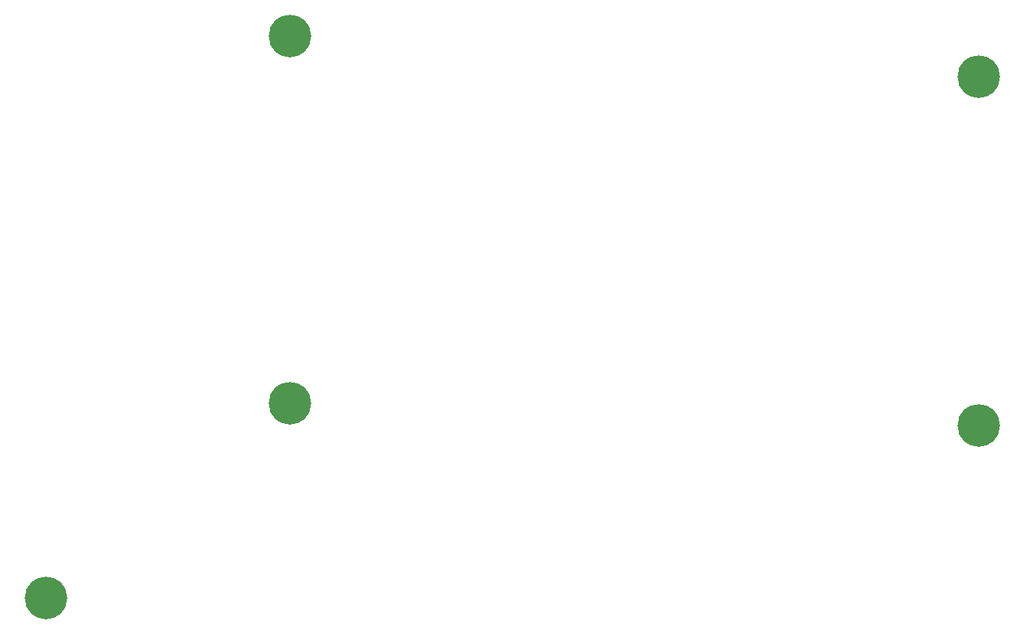
<source format=gbr>
G04 #@! TF.GenerationSoftware,KiCad,Pcbnew,(6.0.2-0)*
G04 #@! TF.CreationDate,2022-03-06T07:47:00+00:00*
G04 #@! TF.ProjectId,SofleKeyboardBottomPlate,536f666c-654b-4657-9962-6f617264426f,rev?*
G04 #@! TF.SameCoordinates,Original*
G04 #@! TF.FileFunction,Copper,L2,Bot*
G04 #@! TF.FilePolarity,Positive*
%FSLAX46Y46*%
G04 Gerber Fmt 4.6, Leading zero omitted, Abs format (unit mm)*
G04 Created by KiCad (PCBNEW (6.0.2-0)) date 2022-03-06 07:47:00*
%MOMM*%
%LPD*%
G01*
G04 APERTURE LIST*
G04 #@! TA.AperFunction,ComponentPad*
%ADD10C,4.700000*%
G04 #@! TD*
G04 APERTURE END LIST*
D10*
X206725000Y-62175000D03*
X130725000Y-57675000D03*
X206725000Y-100675000D03*
X130725000Y-98175000D03*
X103725000Y-119675000D03*
M02*

</source>
